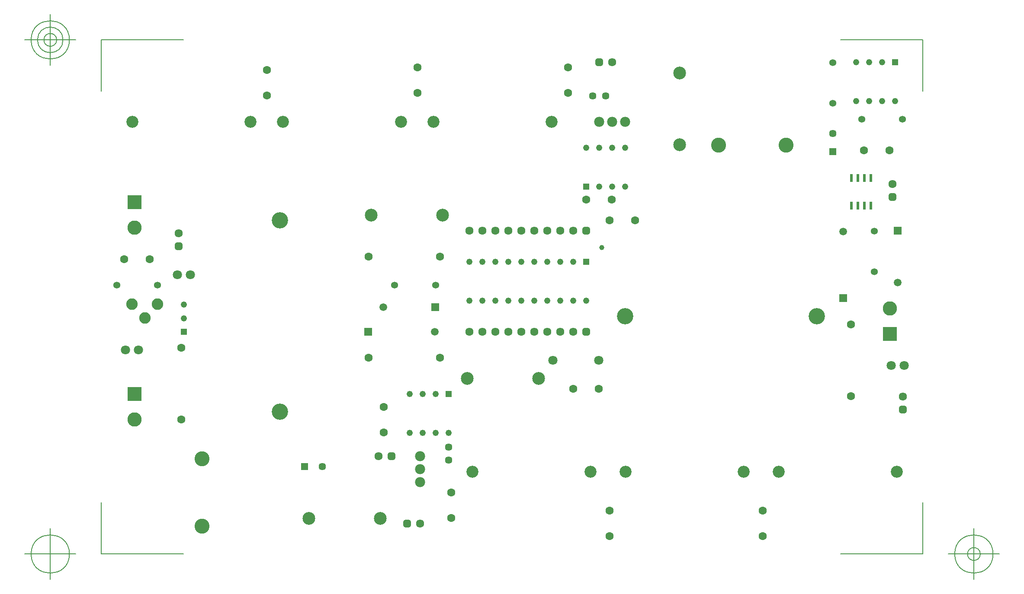
<source format=gbr>
G04 Generated by Ultiboard 13.0 *
%FSLAX25Y25*%
%MOIN*%

%ADD10C,0.00001*%
%ADD11C,0.00500*%
%ADD12C,0.09200*%
%ADD13C,0.05709*%
%ADD14C,0.07834*%
%ADD15C,0.04900*%
%ADD16R,0.04900X0.04900*%
%ADD17C,0.09843*%
%ADD18C,0.11024*%
%ADD19R,0.11024X0.11024*%
%ADD20R,0.05709X0.05709*%
%ADD21C,0.11574*%
%ADD22R,0.02083X0.02083*%
%ADD23C,0.03917*%
%ADD24C,0.06334*%
%ADD25C,0.05906*%
%ADD26R,0.05906X0.05906*%
%ADD27C,0.12598*%
%ADD28C,0.06299*%
%ADD29C,0.07087*%
%ADD30C,0.05354*%
%ADD31R,0.02362X0.06102*%
%ADD32C,0.03937*%
%ADD33C,0.08858*%


G04 ColorRGB FF00CC for the following layer *
%LNSolder Mask Top*%
%LPD*%
G54D10*
G54D11*
X-1500Y-1500D02*
X-1500Y38170D01*
X-1500Y-1500D02*
X61792Y-1500D01*
X631421Y-1500D02*
X568129Y-1500D01*
X631421Y-1500D02*
X631421Y38170D01*
X631421Y395201D02*
X631421Y355531D01*
X631421Y395201D02*
X568129Y395201D01*
X-1500Y395201D02*
X61792Y395201D01*
X-1500Y395201D02*
X-1500Y355531D01*
X-21185Y-1500D02*
X-60555Y-1500D01*
X-40870Y-21185D02*
X-40870Y18185D01*
X-55634Y-1500D02*
G75*
D01*
G02X-55634Y-1500I14764J0*
G01*
X651106Y-1500D02*
X690476Y-1500D01*
X670791Y-21185D02*
X670791Y18185D01*
X656028Y-1500D02*
G75*
D01*
G02X656028Y-1500I14763J0*
G01*
X665870Y-1500D02*
G75*
D01*
G02X665870Y-1500I4921J0*
G01*
X-21185Y395201D02*
X-60555Y395201D01*
X-40870Y375516D02*
X-40870Y414886D01*
X-55634Y395201D02*
G75*
D01*
G02X-55634Y395201I14764J0*
G01*
X-50713Y395201D02*
G75*
D01*
G02X-50713Y395201I9843J0*
G01*
X-45791Y395201D02*
G75*
D01*
G02X-45791Y395201I4921J0*
G01*
G54D12*
X254500Y332000D03*
X345500Y332000D03*
X22500Y332000D03*
X113500Y332000D03*
X138500Y332000D03*
X229500Y332000D03*
X611500Y62000D03*
X520500Y62000D03*
X493500Y62000D03*
X402500Y62000D03*
X375500Y62000D03*
X284500Y62000D03*
G54D13*
X377079Y352000D03*
X386921Y352000D03*
X562000Y322890D03*
X168890Y66000D03*
X266000Y80921D03*
X266000Y71079D03*
G54D14*
X382000Y332000D03*
X402000Y332000D03*
X392000Y332000D03*
X244000Y74000D03*
X244000Y54000D03*
X244000Y64000D03*
G54D15*
X372000Y312000D03*
X382000Y282000D03*
X402000Y282000D03*
X392000Y282000D03*
X402000Y312000D03*
X382000Y312000D03*
X392000Y312000D03*
X266000Y92000D03*
X256000Y122000D03*
X236000Y122000D03*
X246000Y122000D03*
X236000Y92000D03*
X256000Y92000D03*
X246000Y92000D03*
X62000Y180433D03*
X62000Y190866D03*
X372000Y194000D03*
X362000Y224000D03*
X342000Y224000D03*
X352000Y224000D03*
X332000Y224000D03*
X312000Y224000D03*
X322000Y224000D03*
X302000Y224000D03*
X292000Y224000D03*
X282000Y224000D03*
X312000Y194000D03*
X342000Y194000D03*
X362000Y194000D03*
X352000Y194000D03*
X332000Y194000D03*
X322000Y194000D03*
X302000Y194000D03*
X292000Y194000D03*
X282000Y194000D03*
X610000Y348000D03*
X600000Y378000D03*
X580000Y378000D03*
X590000Y378000D03*
X580000Y348000D03*
X600000Y348000D03*
X590000Y348000D03*
G54D16*
X372000Y282000D03*
X266000Y122000D03*
X62000Y170000D03*
X372000Y224000D03*
X610000Y378000D03*
G54D17*
X261559Y260000D03*
X206441Y260000D03*
X444000Y369559D03*
X444000Y314441D03*
X213559Y26000D03*
X158441Y26000D03*
X280441Y134000D03*
X335559Y134000D03*
G54D18*
X24000Y250157D03*
X24000Y102157D03*
X606000Y187843D03*
G54D19*
X24000Y269843D03*
X24000Y121843D03*
X606000Y168157D03*
G54D20*
X562000Y309110D03*
X155110Y66000D03*
G54D21*
X474000Y314000D03*
X526000Y314000D03*
X76000Y20000D03*
X76000Y72000D03*
G54D22*
X382000Y378000D03*
X58000Y236000D03*
X234000Y22000D03*
X608000Y274000D03*
X222000Y74000D03*
X372000Y170000D03*
X372000Y248000D03*
X616000Y110000D03*
G54D23*
X380959Y376959D02*
X383041Y376959D01*
X383041Y379041D01*
X380959Y379041D01*
X380959Y376959D01*D02*
X56959Y234959D02*
X59041Y234959D01*
X59041Y237041D01*
X56959Y237041D01*
X56959Y234959D01*D02*
X232959Y20959D02*
X235041Y20959D01*
X235041Y23041D01*
X232959Y23041D01*
X232959Y20959D01*D02*
X606959Y272959D02*
X609041Y272959D01*
X609041Y275041D01*
X606959Y275041D01*
X606959Y272959D01*D02*
X220959Y72959D02*
X223041Y72959D01*
X223041Y75041D01*
X220959Y75041D01*
X220959Y72959D01*D02*
X370959Y168959D02*
X373041Y168959D01*
X373041Y171041D01*
X370959Y171041D01*
X370959Y168959D01*D02*
X370959Y246959D02*
X373041Y246959D01*
X373041Y249041D01*
X370959Y249041D01*
X370959Y246959D01*D02*
X614959Y108959D02*
X617041Y108959D01*
X617041Y111041D01*
X614959Y111041D01*
X614959Y108959D01*D02*
G54D24*
X392000Y378000D03*
X58000Y246000D03*
X244000Y22000D03*
X608000Y284000D03*
X212000Y74000D03*
X342000Y170000D03*
X352000Y170000D03*
X362000Y170000D03*
X322000Y170000D03*
X332000Y170000D03*
X312000Y170000D03*
X292000Y170000D03*
X302000Y170000D03*
X282000Y170000D03*
X342000Y248000D03*
X352000Y248000D03*
X362000Y248000D03*
X322000Y248000D03*
X332000Y248000D03*
X312000Y248000D03*
X292000Y248000D03*
X302000Y248000D03*
X282000Y248000D03*
X616000Y120000D03*
G54D25*
X570000Y247181D03*
X612000Y208000D03*
X255348Y169965D03*
X215865Y188838D03*
G54D26*
X570000Y196000D03*
X612000Y248000D03*
X204167Y169965D03*
X255865Y188838D03*
G54D27*
X402181Y182000D03*
X549819Y182000D03*
X136000Y255819D03*
X136000Y108181D03*
G54D28*
X16157Y226000D03*
X35843Y226000D03*
X204441Y228000D03*
X259559Y228000D03*
X60000Y102441D03*
X60000Y157559D03*
X508000Y12157D03*
X508000Y31843D03*
X390000Y12157D03*
X390000Y31843D03*
X362157Y126000D03*
X381843Y126000D03*
X268000Y26157D03*
X268000Y45843D03*
X576000Y120441D03*
X576000Y175559D03*
X259559Y150000D03*
X204441Y150000D03*
X216000Y111843D03*
X216000Y92157D03*
X409843Y256000D03*
X390157Y256000D03*
X391843Y272000D03*
X372157Y272000D03*
X358000Y373843D03*
X358000Y354157D03*
X242000Y373843D03*
X242000Y354157D03*
X126000Y371843D03*
X126000Y352157D03*
X605843Y310000D03*
X586157Y310000D03*
G54D29*
X57000Y214000D03*
X67000Y214000D03*
X346283Y148000D03*
X381717Y148000D03*
X607000Y144000D03*
X617000Y144000D03*
X27000Y156000D03*
X17000Y156000D03*
G54D30*
X10252Y206000D03*
X41748Y206000D03*
X224419Y205965D03*
X255915Y205965D03*
X562000Y346252D03*
X562000Y377748D03*
X594000Y216252D03*
X594000Y247748D03*
X615748Y334000D03*
X584252Y334000D03*
G54D31*
X586500Y267370D03*
X591500Y267370D03*
X576500Y267370D03*
X581500Y267370D03*
X591500Y288630D03*
X586500Y288630D03*
X581500Y288630D03*
X576500Y288630D03*
G54D32*
X384000Y235000D03*
G54D33*
X41843Y191315D03*
X22157Y191315D03*
X32000Y180685D03*

M02*

</source>
